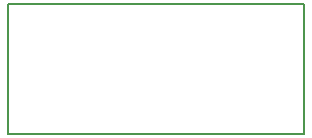
<source format=gbr>
G04 #@! TF.FileFunction,Profile,NP*
%FSLAX46Y46*%
G04 Gerber Fmt 4.6, Leading zero omitted, Abs format (unit mm)*
G04 Created by KiCad (PCBNEW 4.0.2-stable) date 3/28/2018 10:44:59 PM*
%MOMM*%
G01*
G04 APERTURE LIST*
%ADD10C,0.100000*%
%ADD11C,0.150000*%
G04 APERTURE END LIST*
D10*
D11*
X190000000Y-122000000D02*
X190000000Y-111000000D01*
X215000000Y-122000000D02*
X190000000Y-122000000D01*
X215000000Y-111000000D02*
X215000000Y-122000000D01*
X190000000Y-111000000D02*
X215000000Y-111000000D01*
M02*

</source>
